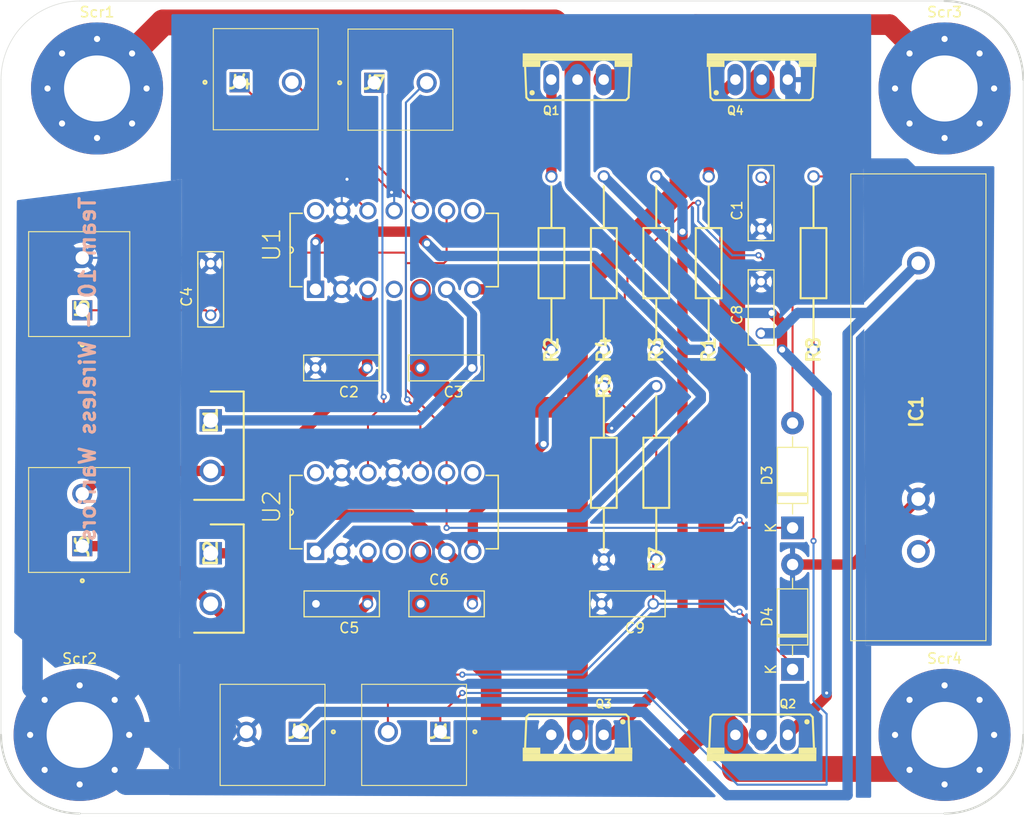
<source format=kicad_pcb>
(kicad_pcb (version 20240108) (generator "pcbnew") (generator_version "8.0")
  (layers (0 "F.Cu" signal) (31 "B.Cu" signal) (34 "B.Paste" user) (35 "F.Paste" user) (36 "B.SilkS" user "B.Silkscreen") (37 "F.SilkS" user "F.Silkscreen") (38 "B.Mask" user) (39 "F.Mask" user) (44 "Edge.Cuts" user))
  (net 0 "")
  (net 1 "GND")
  (net 5 "Net-(Scr3-CON)")
  (net 6 "Net-(Scr4-CON)")
  (net 10 "Net-(U1-HIN)")
  (net 11 "Net-(U2-HIN)")
  (net 12 "Net-(Scr1-CON)")
  (net 13 "Net-(D1-A)")
  (net 14 "Net-(D1-K)")
  (net 15 "Net-(D2-A)")
  (net 16 "Net-(D2-K)")
  (net 17 "Net-(C1-Pad2)")
  (net 18 "Net-(U1-LIN)")
  (net 19 "Net-(U2-LIN)")
  (net 20 "Net-(Q1-Pad1)")
  (net 21 "Net-(Q2-Pad1)")
  (net 22 "Net-(Q3-Pad1)")
  (net 23 "Net-(Q4-Pad1)")
  (net 24 "Net-(U1-LO)")
  (net 25 "Net-(U1-HO)")
  (net 26 "Net-(U2-LO)")
  (net 27 "Net-(U2-HO)")
  (net 28 "Net-(D3-K)")
  (net 29 "Net-(IC1-POS)")
  (net 30 "Net-(D3-A)")
  (net 31 "Net-(IC1-M)")
  (footprint "MountingHole:MountingHole_6.4mm_M6_Pad_Via" (layer "F.Cu") (at 246.38 46.574113)
    (property "Reference" "Scr3" (at 0 -7.4 0) (layer "F.SilkS"))
    (property "Value" "~")
    (pad "1" thru_hole circle (at -4.8 0) (size 0.9 0.9) (drill 0.6) (layers "*.Cu" "*.Mask") (net 5 "Net-(Scr3-CON)"))
    (pad "1" thru_hole circle (at -3.394113 -3.394113) (size 0.9 0.9) (drill 0.6) (layers "*.Cu" "*.Mask") (net 5 "Net-(Scr3-CON)"))
    (pad "1" thru_hole circle (at -3.394113 3.394113) (size 0.9 0.9) (drill 0.6) (layers "*.Cu" "*.Mask") (net 5 "Net-(Scr3-CON)"))
    (pad "1" thru_hole circle (at 0 -4.8) (size 0.9 0.9) (drill 0.6) (layers "*.Cu" "*.Mask") (net 5 "Net-(Scr3-CON)"))
    (pad "1" thru_hole circle (at 0 0) (size 12.8 12.8) (drill 6.4) (layers "*.Cu" "*.Mask") (net 5 "Net-(Scr3-CON)"))
    (pad "1" thru_hole circle (at 0 4.8) (size 0.9 0.9) (drill 0.6) (layers "*.Cu" "*.Mask") (net 5 "Net-(Scr3-CON)"))
    (pad "1" thru_hole circle (at 3.394113 -3.394113) (size 0.9 0.9) (drill 0.6) (layers "*.Cu" "*.Mask") (net 5 "Net-(Scr3-CON)"))
    (pad "1" thru_hole circle (at 3.394113 3.394113) (size 0.9 0.9) (drill 0.6) (layers "*.Cu" "*.Mask") (net 5 "Net-(Scr3-CON)"))
    (pad "1" thru_hole circle (at 4.8 0) (size 0.9 0.9) (drill 0.6) (layers "*.Cu" "*.Mask") (net 5 "Net-(Scr3-CON)"))
  )
  (footprint "MBR10100+:TO490P480X1000X2110-2P" (layer "F.Cu") (at 175.26 91.62 -90)
    (property "Reference" "D2" (at 0 0 -90) (layer "F.SilkS") (effects (font (size 1.27 1.27) (thickness 0.254))))
    (property "Value" "MBR10100+" (hide yes))
    (pad "1" thru_hole rect (at 0 0 270) (size 2.175 2.175) (drill 1.45) (layers "*.Cu" "*.Mask") (net 16 "Net-(D2-K)"))
    (pad "2" thru_hole circle (at 4.9 0 270) (size 2.175 2.175) (drill 1.45) (layers "*.Cu" "*.Mask") (net 15 "Net-(D2-A)"))
  )
  (footprint "IR2110PBF:DIP254P762X533-14" (layer "F.Cu") (at 200.66 83.82 90)
    (property "Reference" "U2" (at -3.307055 -19.486195 90) (layer "F.SilkS") (effects (font (size 1.642512 1.642512))))
    (property "Value" "IR2110PBF")
    (pad "1" thru_hole rect (at -7.62 -15.24 90) (size 1.6764 1.6764) (drill 1.1176) (layers "*.Cu" "*.Mask") (net 26 "Net-(U2-LO)"))
    (pad "2" thru_hole circle (at -7.62 -12.7 90) (size 1.6764 1.6764) (drill 1.1176) (layers "*.Cu" "*.Mask") (net 1 "GND"))
    (pad "3" thru_hole circle (at -7.62 -10.16 90) (size 1.6764 1.6764) (drill 1.1176) (layers "*.Cu" "*.Mask") (net 15 "Net-(D2-A)"))
    (pad "4" thru_hole circle (at -7.62 -7.62 90) (size 1.6764 1.6764) (drill 1.1176) (layers "*.Cu" "*.Mask"))
    (pad "5" thru_hole circle (at -7.62 -5.08 90) (size 1.6764 1.6764) (drill 1.1176) (layers "*.Cu" "*.Mask") (net 6 "Net-(Scr4-CON)"))
    (pad "6" thru_hole circle (at -7.62 -2.54 90) (size 1.6764 1.6764) (drill 1.1176) (layers "*.Cu" "*.Mask") (net 16 "Net-(D2-K)"))
    (pad "7" thru_hole circle (at -7.62 0 90) (size 1.6764 1.6764) (drill 1.1176) (layers "*.Cu" "*.Mask") (net 27 "Net-(U2-HO)"))
    (pad "8" thru_hole circle (at 0 0 90) (size 1.6764 1.6764) (drill 1.1176) (layers "*.Cu" "*.Mask"))
    (pad "9" thru_hole circle (at 0 -2.54 90) (size 1.6764 1.6764) (drill 1.1176) (layers "*.Cu" "*.Mask") (net 28 "Net-(D3-K)"))
    (pad "10" thru_hole circle (at 0 -5.08 90) (size 1.6764 1.6764) (drill 1.1176) (layers "*.Cu" "*.Mask") (net 11 "Net-(U2-HIN)"))
    (pad "11" thru_hole circle (at 0 -7.62 90) (size 1.6764 1.6764) (drill 1.1176) (layers "*.Cu" "*.Mask") (net 1 "GND"))
    (pad "12" thru_hole circle (at 0 -10.16 90) (size 1.6764 1.6764) (drill 1.1176) (layers "*.Cu" "*.Mask") (net 19 "Net-(U2-LIN)"))
    (pad "13" thru_hole circle (at 0 -12.7 90) (size 1.6764 1.6764) (drill 1.1176) (layers "*.Cu" "*.Mask") (net 1 "GND"))
    (pad "14" thru_hole circle (at 0 -15.24 90) (size 1.6764 1.6764) (drill 1.1176) (layers "*.Cu" "*.Mask"))
  )
  (footprint "KiCad:1715721" (layer "F.Cu") (at 191.109 46.02)
    (property "Reference" "J7" (at 0 0 0) (layer "F.SilkS") (effects (font (size 1.27 1.27) (thickness 0.254))))
    (property "Value" "1715721" (hide yes))
    (pad "1" thru_hole rect (at 0 0) (size 1.95 1.95) (drill 1.3) (layers "*.Cu" "*.Mask") (net 19 "Net-(U2-LIN)"))
    (pad "2" thru_hole circle (at 5.08 0) (size 1.95 1.95) (drill 1.3) (layers "*.Cu" "*.Mask") (net 11 "Net-(U2-HIN)"))
  )
  (footprint "KiCad:1715721" (layer "F.Cu") (at 178.054 45.974)
    (property "Reference" "J4" (at 0 0 0) (layer "F.SilkS") (effects (font (size 1.27 1.27) (thickness 0.254))))
    (property "Value" "1715721" (hide yes))
    (pad "1" thru_hole rect (at 0 0) (size 1.95 1.95) (drill 1.3) (layers "*.Cu" "*.Mask") (net 18 "Net-(U1-LIN)"))
    (pad "2" thru_hole circle (at 5.08 0) (size 1.95 1.95) (drill 1.3) (layers "*.Cu" "*.Mask") (net 10 "Net-(U1-HIN)"))
  )
  (footprint "IRF640NPBF:TO220V" (layer "F.Cu") (at 228.648 43.18)
    (property "Reference" "Q4" (at -2.541955 5.541475 0) (layer "F.SilkS") (effects (font (size 0.800622 0.800622))))
    (property "Value" "IRF640NPBF")
    (pad "1" thru_hole oval (at -2.54 2.54) (size 1.524 3.048) (drill 1.016) (layers "*.Cu" "*.Mask") (net 23 "Net-(Q4-Pad1)"))
    (pad "2" thru_hole oval (at 0 2.54) (size 1.524 3.048) (drill 1.016) (layers "*.Cu" "*.Mask") (net 6 "Net-(Scr4-CON)"))
    (pad "3" thru_hole oval (at 2.54 2.54) (size 1.524 3.048) (drill 1.016) (layers "*.Cu" "*.Mask") (net 1 "GND"))
  )
  (footprint "MF25:RESAD1680W59L680D250" (layer "F.Cu") (at 223.52 71.9 90)
    (property "Reference" "R1" (at 0 0 90) (layer "F.SilkS") (effects (font (size 1.27 1.27) (thickness 0.254))))
    (property "Value" "MF25_10R" (hide yes))
    (pad "1" thru_hole circle (at 0 0 90) (size 1.2 1.2) (drill 0.8) (layers "*.Cu" "*.Mask") (net 24 "Net-(U1-LO)"))
    (pad "2" thru_hole circle (at 16.8 0 90) (size 1.2 1.2) (drill 0.8) (layers "*.Cu" "*.Mask") (net 23 "Net-(Q4-Pad1)"))
  )
  (footprint "MountingHole:MountingHole_6.4mm_M6_Pad_Via" (layer "F.Cu") (at 246.38 109.22)
    (property "Reference" "Scr4" (at 0 -7.4 0) (layer "F.SilkS"))
    (property "Value" "~")
    (pad "1" thru_hole circle (at -4.8 0) (size 0.9 0.9) (drill 0.6) (layers "*.Cu" "*.Mask") (net 6 "Net-(Scr4-CON)"))
    (pad "1" thru_hole circle (at -3.394113 -3.394113) (size 0.9 0.9) (drill 0.6) (layers "*.Cu" "*.Mask") (net 6 "Net-(Scr4-CON)"))
    (pad "1" thru_hole circle (at -3.394113 3.394113) (size 0.9 0.9) (drill 0.6) (layers "*.Cu" "*.Mask") (net 6 "Net-(Scr4-CON)"))
    (pad "1" thru_hole circle (at 0 -4.8) (size 0.9 0.9) (drill 0.6) (layers "*.Cu" "*.Mask") (net 6 "Net-(Scr4-CON)"))
    (pad "1" thru_hole circle (at 0 0) (size 12.8 12.8) (drill 6.4) (layers "*.Cu" "*.Mask") (net 6 "Net-(Scr4-CON)"))
    (pad "1" thru_hole circle (at 0 4.8) (size 0.9 0.9) (drill 0.6) (layers "*.Cu" "*.Mask") (net 6 "Net-(Scr4-CON)"))
    (pad "1" thru_hole circle (at 3.394113 -3.394113) (size 0.9 0.9) (drill 0.6) (layers "*.Cu" "*.Mask") (net 6 "Net-(Scr4-CON)"))
    (pad "1" thru_hole circle (at 3.394113 3.394113) (size 0.9 0.9) (drill 0.6) (layers "*.Cu" "*.Mask") (net 6 "Net-(Scr4-CON)"))
    (pad "1" thru_hole circle (at 4.8 0) (size 0.9 0.9) (drill 0.6) (layers "*.Cu" "*.Mask") (net 6 "Net-(Scr4-CON)"))
  )
  (footprint "Diode_THT:D_DO-41_SOD81_P10.16mm_Horizontal" (layer "F.Cu") (at 231.648 89.154 90)
    (property "Reference" "D3" (at 5.08 -2.47 -90) (layer "F.SilkS"))
    (property "Value" "1N4004")
    (fp_text user "K" (at 0 -2.1 -90) (layer "F.SilkS"))
    (pad "1" thru_hole rect (at 0 0 90) (size 2.2 2.2) (drill 1.1) (layers "*.Cu" "*.Mask") (net 28 "Net-(D3-K)"))
    (pad "2" thru_hole oval (at 10.16 0 90) (size 2.2 2.2) (drill 1.1) (layers "*.Cu" "*.Mask") (net 30 "Net-(D3-A)"))
  )
  (footprint "B32529C1104K000:CAPRR500W50L730T250H650" (layer "F.Cu") (at 187.96 96.52 180)
    (property "Reference" "C5" (at -0.725 -2.335 180) (layer "F.SilkS"))
    (property "Value" "100nF")
    (pad "1" thru_hole circle (at -2.5 0 180) (size 1.1 1.1) (drill 0.75) (layers "*.Cu" "*.Mask") (net 15 "Net-(D2-A)"))
    (pad "2" thru_hole circle (at 2.5 0 180) (size 1.1 1.1) (drill 0.75) (layers "*.Cu" "*.Mask") (net 1 "GND"))
  )
  (footprint "KiCad:1715721" (layer "F.Cu") (at 162.814 90.932 90)
    (property "Reference" "J6" (at 0 0 90) (layer "F.SilkS") (effects (font (size 1.27 1.27) (thickness 0.254))))
    (property "Value" "1715721" (hide yes))
    (pad "1" thru_hole rect (at 0 0 90) (size 1.95 1.95) (drill 1.3) (layers "*.Cu" "*.Mask") (net 15 "Net-(D2-A)"))
    (pad "2" thru_hole circle (at 5.08 0 90) (size 1.95 1.95) (drill 1.3) (layers "*.Cu" "*.Mask") (net 13 "Net-(D1-A)"))
  )
  (footprint "B32529C1104K000:CAPRR500W50L730T250H650" (layer "F.Cu") (at 187.92 73.66 180)
    (property "Reference" "C2" (at -0.725 -2.335 180) (layer "F.SilkS"))
    (property "Value" "100nF")
    (pad "1" thru_hole circle (at -2.5 0 180) (size 1.1 1.1) (drill 0.75) (layers "*.Cu" "*.Mask") (net 13 "Net-(D1-A)"))
    (pad "2" thru_hole circle (at 2.5 0 180) (size 1.1 1.1) (drill 0.75) (layers "*.Cu" "*.Mask") (net 1 "GND"))
  )
  (footprint "IRF640NPBF:TO220V" (layer "F.Cu") (at 228.648 111.76 180)
    (property "Reference" "Q2" (at -2.541955 5.541475 180) (layer "F.SilkS") (effects (font (size 0.800622 0.800622))))
    (property "Value" "IRF640NPBF")
    (pad "1" thru_hole oval (at -2.54 2.54 180) (size 1.524 3.048) (drill 1.016) (layers "*.Cu" "*.Mask") (net 21 "Net-(Q2-Pad1)"))
    (pad "2" thru_hole oval (at 0 2.54 180) (size 1.524 3.048) (drill 1.016) (layers "*.Cu" "*.Mask") (net 12 "Net-(Scr1-CON)"))
    (pad "3" thru_hole oval (at 2.54 2.54 180) (size 1.524 3.048) (drill 1.016) (layers "*.Cu" "*.Mask") (net 6 "Net-(Scr4-CON)"))
  )
  (footprint "MF25:RESAD1680W59L680D250" (layer "F.Cu") (at 218.44 92.22 90)
    (property "Reference" "R7" (at 0 0 90) (layer "F.SilkS") (effects (font (size 1.27 1.27) (thickness 0.254))))
    (property "Value" "MF25_20K" (hide yes))
    (pad "1" thru_hole circle (at 0 0 90) (size 1.2 1.2) (drill 0.8) (layers "*.Cu" "*.Mask") (net 30 "Net-(D3-A)"))
    (pad "2" thru_hole circle (at 16.8 0 90) (size 1.2 1.2) (drill 0.8) (layers "*.Cu" "*.Mask") (net 5 "Net-(Scr3-CON)"))
  )
  (footprint "MF25:RESAD1680W59L680D250" (layer "F.Cu") (at 208.28 71.9 90)
    (property "Reference" "R2" (at 0 0 90) (layer "F.SilkS") (effects (font (size 1.27 1.27) (thickness 0.254))))
    (property "Value" "MF25_10R" (hide yes))
    (pad "1" thru_hole circle (at 0 0 90) (size 1.2 1.2) (drill 0.8) (layers "*.Cu" "*.Mask") (net 25 "Net-(U1-HO)"))
    (pad "2" thru_hole circle (at 16.8 0 90) (size 1.2 1.2) (drill 0.8) (layers "*.Cu" "*.Mask") (net 20 "Net-(Q1-Pad1)"))
  )
  (footprint "B32529C1104K000:CAPRR500W50L730T250H650" (layer "F.Cu") (at 198.08 73.66 180)
    (property "Reference" "C3" (at -0.725 -2.335 180) (layer "F.SilkS"))
    (property "Value" "100nF")
    (pad "1" thru_hole circle (at -2.5 0 180) (size 1.1 1.1) (drill 0.75) (layers "*.Cu" "*.Mask") (net 14 "Net-(D1-K)"))
    (pad "2" thru_hole circle (at 2.5 0 180) (size 1.1 1.1) (drill 0.75) (layers "*.Cu" "*.Mask") (net 5 "Net-(Scr3-CON)"))
  )
  (footprint "IR2110PBF:DIP254P762X533-14" (layer "F.Cu") (at 200.66 58.42 90)
    (property "Reference" "U1" (at -3.307055 -19.486195 90) (layer "F.SilkS") (effects (font (size 1.642512 1.642512))))
    (property "Value" "IR2110PBF")
    (pad "1" thru_hole rect (at -7.62 -15.24 90) (size 1.6764 1.6764) (drill 1.1176) (layers "*.Cu" "*.Mask") (net 24 "Net-(U1-LO)"))
    (pad "2" thru_hole circle (at -7.62 -12.7 90) (size 1.6764 1.6764) (drill 1.1176) (layers "*.Cu" "*.Mask") (net 1 "GND"))
    (pad "3" thru_hole circle (at -7.62 -10.16 90) (size 1.6764 1.6764) (drill 1.1176) (layers "*.Cu" "*.Mask") (net 13 "Net-(D1-A)"))
    (pad "4" thru_hole circle (at -7.62 -7.62 90) (size 1.6764 1.6764) (drill 1.1176) (layers "*.Cu" "*.Mask"))
    (pad "5" thru_hole circle (at -7.62 -5.08 90) (size 1.6764 1.6764) (drill 1.1176) (layers "*.Cu" "*.Mask") (net 5 "Net-(Scr3-CON)"))
    (pad "6" thru_hole circle (at -7.62 -2.54 90) (size 1.6764 1.6764) (drill 1.1176) (layers "*.Cu" "*.Mask") (net 14 "Net-(D1-K)"))
    (pad "7" thru_hole circle (at -7.62 0 90) (size 1.6764 1.6764) (drill 1.1176) (layers "*.Cu" "*.Mask") (net 25 "Net-(U1-HO)"))
    (pad "8" thru_hole circle (at 0 0 90) (size 1.6764 1.6764) (drill 1.1176) (layers "*.Cu" "*.Mask"))
    (pad "9" thru_hole circle (at 0 -2.54 90) (size 1.6764 1.6764) (drill 1.1176) (layers "*.Cu" "*.Mask") (net 28 "Net-(D3-K)"))
    (pad "10" thru_hole circle (at 0 -5.08 90) (size 1.6764 1.6764) (drill 1.1176) (layers "*.Cu" "*.Mask") (net 10 "Net-(U1-HIN)"))
    (pad "11" thru_hole circle (at 0 -7.62 90) (size 1.6764 1.6764) (drill 1.1176) (layers "*.Cu" "*.Mask") (net 1 "GND"))
    (pad "12" thru_hole circle (at 0 -10.16 90) (size 1.6764 1.6764) (drill 1.1176) (layers "*.Cu" "*.Mask") (net 18 "Net-(U1-LIN)"))
    (pad "13" thru_hole circle (at 0 -12.7 90) (size 1.6764 1.6764) (drill 1.1176) (layers "*.Cu" "*.Mask") (net 1 "GND"))
    (pad "14" thru_hole circle (at 0 -15.24 90) (size 1.6764 1.6764) (drill 1.1176) (layers "*.Cu" "*.Mask"))
  )
  (footprint "MF25:RESAD1680W59L680D250" (layer "F.Cu") (at 218.44 71.9 90)
    (property "Reference" "R3" (at 0 0 90) (layer "F.SilkS") (effects (font (size 1.27 1.27) (thickness 0.254))))
    (property "Value" "MF25_10R" (hide yes))
    (pad "1" thru_hole circle (at 0 0 90) (size 1.2 1.2) (drill 0.8) (layers "*.Cu" "*.Mask") (net 26 "Net-(U2-LO)"))
    (pad "2" thru_hole circle (at 16.8 0 90) (size 1.2 1.2) (drill 0.8) (layers "*.Cu" "*.Mask") (net 22 "Net-(Q3-Pad1)"))
  )
  (footprint "B32529C1104K000:CAPRR500W50L730T250H650" (layer "F.Cu") (at 198.12 96.52)
    (property "Reference" "C6" (at -0.725 -2.335 0) (layer "F.SilkS"))
    (property "Value" "100nF")
    (pad "1" thru_hole circle (at -2.5 0) (size 1.1 1.1) (drill 0.75) (layers "*.Cu" "*.Mask") (net 6 "Net-(Scr4-CON)"))
    (pad "2" thru_hole circle (at 2.5 0) (size 1.1 1.1) (drill 0.75) (layers "*.Cu" "*.Mask") (net 16 "Net-(D2-K)"))
  )
  (footprint "MF25:RESAD1680W59L680D250" (layer "F.Cu") (at 213.36 71.9 90)
    (property "Reference" "R4" (at 0 0 90) (layer "F.SilkS") (effects (font (size 1.27 1.27) (thickness 0.254))))
    (property "Value" "MF25_10R" (hide yes))
    (pad "1" thru_hole circle (at 0 0 90) (size 1.2 1.2) (drill 0.8) (layers "*.Cu" "*.Mask") (net 27 "Net-(U2-HO)"))
    (pad "2" thru_hole circle (at 16.8 0 90) (size 1.2 1.2) (drill 0.8) (layers "*.Cu" "*.Mask") (net 21 "Net-(Q2-Pad1)"))
  )
  (footprint "B32529C1104K000:CAPRR500W50L730T250H650" (layer "F.Cu") (at 228.6 67.8 90)
    (property "Reference" "C8" (at -0.725 -2.335 90) (layer "F.SilkS"))
    (property "Value" "100nF")
    (pad "1" thru_hole circle (at -2.5 0 90) (size 1.1 1.1) (drill 0.75) (layers "*.Cu" "*.Mask") (net 29 "Net-(IC1-POS)"))
    (pad "2" thru_hole circle (at 2.5 0 90) (size 1.1 1.1) (drill 0.75) (layers "*.Cu" "*.Mask") (net 1 "GND"))
  )
  (footprint "B32529C1104K000:CAPRR500W50L730T250H650" (layer "F.Cu") (at 175.26 66.04 90)
    (property "Reference" "C4" (at -0.725 -2.335 90) (layer "F.SilkS"))
    (property "Value" "100nF")
    (pad "1" thru_hole circle (at -2.5 0 90) (size 1.1 1.1) (drill 0.75) (layers "*.Cu" "*.Mask") (net 28 "Net-(D3-K)"))
    (pad "2" thru_hole circle (at 2.5 0 90) (size 1.1 1.1) (drill 0.75) (layers "*.Cu" "*.Mask") (net 1 "GND"))
  )
  (footprint "LA_55-P:LA55-P" (layer "F.Cu") (at 243.84 63.5 90)
    (property "Reference" "IC1" (at -14.4 -0.2 90) (layer "F.SilkS") (effects (font (size 1.27 1.27) (thickness 0.254))))
    (property "Value" "LA_55-P" (hide yes))
    (pad "1" thru_hole circle (at -27.94 0 90) (size 2.2 2.2) (drill 1.35) (layers "*.Cu" "*.Mask") (net 31 "Net-(IC1-M)"))
    (pad "2" thru_hole circle (at -22.86 0 90) (size 2.2 2.2) (drill 1.35) (layers "*.Cu" "*.Mask") (net 1 "GND"))
    (pad "3" thru_hole circle (at 0 0 90) (size 2.2 2.2) (drill 1.35) (layers "*.Cu" "*.Mask") (net 29 "Net-(IC1-POS)"))
  )
  (footprint "MountingHole:MountingHole_6.4mm_M6_Pad_Via" (layer "F.Cu") (at 162.56 109.22)
    (property "Reference" "Scr2" (at 0 -7.4 0) (layer "F.SilkS"))
    (property "Value" "~")
    (pad "1" thru_hole circle (at -4.8 0) (size 0.9 0.9) (drill 0.6) (layers "*.Cu" "*.Mask") (net 1 "GND"))
    (pad "1" thru_hole circle (at -3.394113 -3.394113) (size 0.9 0.9) (drill 0.6) (layers "*.Cu" "*.Mask") (net 1 "GND"))
    (pad "1" thru_hole circle (at -3.394113 3.394113) (size 0.9 0.9) (drill 0.6) (layers "*.Cu" "*.Mask") (net 1 "GND"))
    (pad "1" thru_hole circle (at 0 -4.8) (size 0.9 0.9) (drill 0.6) (layers "*.Cu" "*.Mask") (net 1 "GND"))
    (pad "1" thru_hole circle (at 0 0) (size 12.8 12.8) (drill 6.4) (layers "*.Cu" "*.Mask") (net 1 "GND"))
    (pad "1" thru_hole circle (at 0 4.8) (size 0.9 0.9) (drill 0.6) (layers "*.Cu" "*.Mask") (net 1 "GND"))
    (pad "1" thru_hole circle (at 3.394113 -3.394113) (size 0.9 0.9) (drill 0.6) (layers "*.Cu" "*.Mask") (net 1 "GND"))
    (pad "1" thru_hole circle (at 3.394113 3.394113) (size 0.9 0.9) (drill 0.6) (layers "*.Cu" "*.Mask") (net 1 "GND"))
    (pad "1" thru_hole circle (at 4.8 0) (size 0.9 0.9) (drill 0.6) (layers "*.Cu" "*.Mask") (net 1 "GND"))
  )
  (footprint "MF25:RESAD1680W59L680D250" (layer "F.Cu") (at 213.36 75.42 -90)
    (property "Reference" "R5" (at 0 0 -90) (layer "F.SilkS") (effects (font (size 1.27 1.27) (thickness 0.254))))
    (property "Value" "MF25_1K" (hide yes))
    (pad "1" thru_hole circle (at 0 0 270) (size 1.2 1.2) (drill 0.8) (layers "*.Cu" "*.Mask") (net 30 "Net-(D3-A)"))
    (pad "2" thru_hole circle (at 16.8 0 270) (size 1.2 1.2) (drill 0.8) (layers "*.Cu" "*.Mask") (net 1 "GND"))
  )
  (footprint "MBR10100+:TO490P480X1000X2110-2P" (layer "F.Cu") (at 175.26 78.74 -90)
    (property "Reference" "D1" (at 0 0 -90) (layer "F.SilkS") (effects (font (size 1.27 1.27) (thickness 0.254))))
    (property "Value" "MBR10100+" (hide yes))
    (pad "1" thru_hole rect (at 0 0 270) (size 2.175 2.175) (drill 1.45) (layers "*.Cu" "*.Mask") (net 14 "Net-(D1-K)"))
    (pad "2" thru_hole circle (at 4.9 0 270) (size 2.175 2.175) (drill 1.45) (layers "*.Cu" "*.Mask") (net 13 "Net-(D1-A)"))
  )
  (footprint "KiCad:1715721" (layer "F.Cu") (at 197.511 108.92 180)
    (property "Reference" "J1" (at 0 0 180) (layer "F.SilkS") (effects (font (size 1.27 1.27) (thickness 0.254))))
    (property "Value" "1715721" (hide yes))
    (pad "1" thru_hole rect (at 0 0 180) (size 1.95 1.95) (drill 1.3) (layers "*.Cu" "*.Mask") (net 17 "Net-(C1-Pad2)"))
    (pad "2" thru_hole circle (at 5.08 0 180) (size 1.95 1.95) (drill 1.3) (layers "*.Cu" "*.Mask") (net 30 "Net-(D3-A)"))
  )
  (footprint "Diode_THT:D_DO-41_SOD81_P10.16mm_Horizontal" (layer "F.Cu") (at 231.648 102.87 90)
    (property "Reference" "D4" (at 5.08 -2.47 -90) (layer "F.SilkS"))
    (property "Value" "1N4004")
    (fp_text user "K" (at 0 -2.1 -90) (layer "F.SilkS"))
    (pad "1" thru_hole rect (at 0 0 90) (size 2.2 2.2) (drill 1.1) (layers "*.Cu" "*.Mask") (net 30 "Net-(D3-A)"))
    (pad "2" thru_hole oval (at 10.16 0 90) (size 2.2 2.2) (drill 1.1) (layers "*.Cu" "*.Mask") (net 1 "GND"))
  )
  (footprint "MF25:RESAD1680W59L680D250" (layer "F.Cu") (at 233.68 71.9 90)
    (property "Reference" "R8" (at 0 0 90) (layer "F.SilkS") (effects (font (size 1.27 1.27) (thickness 0.254))))
    (property "Value" "MF25_100R" (hide yes))
    (pad "1" thru_hole circle (at 0 0 90) (size 1.2 1.2) (drill 0.8) (layers "*.Cu" "*.Mask") (net 17 "Net-(C1-Pad2)"))
    (pad "2" thru_hole circle (at 16.8 0 90) (size 1.2 1.2) (drill 0.8) (layers "*.Cu" "*.Mask") (net 31 "Net-(IC1-M)"))
  )
  (footprint "IRF640NPBF:TO220V" (layer "F.Cu") (at 210.804 43.18)
    (property "Reference" "Q1" (at -2.541955 5.541475 0) (layer "F.SilkS") (effects (font (size 0.800622 0.800622))))
    (property "Value" "IRF640NPBF")
    (pad "1" thru_hole oval (at -2.54 2.54) (size 1.524 3.048) (drill 1.016) (layers "*.Cu" "*.Mask") (net 20 "Net-(Q1-Pad1)"))
    (pad "2" thru_hole oval (at 0 2.54) (size 1.524 3.048) (drill 1.016) (layers "*.Cu" "*.Mask") (net 12 "Net-(Scr1-CON)"))
    (pad "3" thru_hole oval (at 2.54 2.54) (size 1.524 3.048) (drill 1.016) (layers "*.Cu" "*.Mask") (net 5 "Net-(Scr3-CON)"))
  )
  (footprint "KiCad:1715721" (layer "F.Cu") (at 183.795 108.92 180)
    (property "Reference" "J2" (at 0 0 180) (layer "F.SilkS") (effects (font (size 1.27 1.27) (thickness 0.254))))
    (property "Value" "1715721" (hide yes))
    (pad "1" thru_hole rect (at 0 0 180) (size 1.95 1.95) (drill 1.3) (layers "*.Cu" "*.Mask") (net 29 "Net-(IC1-POS)"))
    (pad "2" thru_hole circle (at 5.08 0 180) (size 1.95 1.95) (drill 1.3) (layers "*.Cu" "*.Mask") (net 1 "GND"))
  )
  (footprint "KiCad:1715721" (layer "F.Cu") (at 162.814 68.072 90)
    (property "Reference" "J5" (at 0 0 90) (layer "F.SilkS") (effects (font (size 1.27 1.27) (thickness 0.254))))
    (property "Value" "1715721" (hide yes))
    (pad "1" thru_hole rect (at 0 0 90) (size 1.95 1.95) (drill 1.3) (layers "*.Cu" "*.Mask") (net 28 "Net-(D3-K)"))
    (pad "2" thru_hole circle (at 5.08 0 90) (size 1.95 1.95) (drill 1.3) (layers "*.Cu" "*.Mask") (net 1 "GND"))
  )
  (footprint "B32529C1104K000:CAPRR500W50L730T250H650" (layer "F.Cu") (at 228.6 57.68 90)
    (property "Reference" "C1" (at -0.725 -2.335 90) (layer "F.SilkS"))
    (property "Value" "100nF")
    (pad "1" thru_hole circle (at -2.5 0 90) (size 1.1 1.1) (drill 0.75) (layers "*.Cu" "*.Mask") (net 1 "GND"))
    (pad "2" thru_hole circle (at 2.5 0 90) (size 1.1 1.1) (drill 0.75) (layers "*.Cu" "*.Mask") (net 17 "Net-(C1-Pad2)"))
  )
  (footprint "B32529C1104K000:CAPRR500W50L730T250H650" (layer "F.Cu") (at 215.646 96.52 180)
    (property "Reference" "C9" (at -0.725 -2.335 180) (layer "F.SilkS"))
    (property "Value" "100nF")
    (pad "1" thru_hole circle (at -2.5 0 180) (size 1.1 1.1) (drill 0.75) (layers "*.Cu" "*.Mask") (net 30 "Net-(D3-A)"))
    (pad "2" thru_hole circle (at 2.5 0 180) (size 1.1 1.1) (drill 0.75) (layers "*.Cu" "*.Mask") (net 1 "GND"))
  )
  (footprint "MountingHole:MountingHole_6.4mm_M6_Pad_Via" (layer "F.Cu") (at 164.245887 46.574113)
    (property "Reference" "Scr1" (at 0 -7.4 0) (layer "F.SilkS"))
    (property "Value" "~")
    (pad "1" thru_hole circle (at -4.8 0) (size 0.9 0.9) (drill 0.6) (layers "*.Cu" "*.Mask") (net 12 "Net-(Scr1-CON)"))
    (pad "1" thru_hole circle (at -3.394113 -3.394113) (size 0.9 0.9) (drill 0.6) (layers "*.Cu" "*.Mask") (net 12 "Net-(Scr1-CON)"))
    (pad "1" thru_hole circle (at -3.394113 3.394113) (size 0.9 0.9) (drill 0.6) (layers "*.Cu" "*.Mask") (net 12 "Net-(Scr1-CON)"))
    (pad "1" thru_hole circle (at 0 -4.8) (size 0.9 0.9) (drill 0.6) (layers "*.Cu" "*.Mask") (net 12 "Net-(Scr1-CON)"))
    (pad "1" thru_hole circle (at 0 0) (size 12.8 12.8) (drill 6.4) (layers "*.Cu" "*.Mask") (net 12 "Net-(Scr1-CON)"))
    (pad "1" thru_hole circle (at 0 4.8) (size 0.9 0.9) (drill 0.6) (layers "*.Cu" "*.Mask") (net 12 "Net-(Scr1-CON)"))
    (pad "1" thru_hole circle (at 3.394113 -3.394113) (size 0.9 0.9) (drill 0.6) (layers "*.Cu" "*.Mask") (net 12 "Net-(Scr1-CON)"))
    (pad "1" thru_hole circle (at 3.394113 3.394113) (size 0.9 0.9) (drill 0.6) (layers "*.Cu" "*.Mask") (net 12 "Net-(Scr1-CON)"))
    (pad "1" thru_hole circle (at 4.8 0) (size 0.9 0.9) (drill 0.6) (layers "*.Cu" "*.Mask") (net 12 "Net-(Scr1-CON)"))
  )
  (footprint "IRF640NPBF:TO220V" (layer "F.Cu") (at 210.804 111.76 180)
    (property "Reference" "Q3" (at -2.541955 5.541475 180) (layer "F.SilkS") (effects (font (size 0.800622 0.800622))))
    (property "Value" "IRF640NPBF")
    (pad "1" thru_hole oval (at -2.54 2.54 180) (size 1.524 3.048) (drill 1.016) (layers "*.Cu" "*.Mask") (net 22 "Net-(Q3-Pad1)"))
    (pad "2" thru_hole oval (at 0 2.54 180) (size 1.524 3.048) (drill 1.016) (layers "*.Cu" "*.Mask") (net 5 "Net-(Scr3-CON)"))
    (pad "3" thru_hole oval (at 2.54 2.54 180) (size 1.524 3.048) (drill 1.016) (layers "*.Cu" "*.Mask") (net 1 "GND"))
  )
  (gr_line (start 217.932 75.438) (end 218.694 75.184) (stroke (width 0.2)) (layer "B.Cu") (net 5))
  (gr_arc (start 246.38 38.1) (mid 251.768154 40.331846) (end 254 45.72) (stroke (width 0.2)) (layer "Edge.Cuts"))
  (gr_line (start 154.94 45.72) (end 154.94 109.22) (stroke (width 0.05)) (layer "Edge.Cuts"))
  (gr_line (start 162.56 116.84) (end 246.38 116.84) (stroke (width 0.05)) (layer "Edge.Cuts"))
  (gr_arc (start 154.94 45.72) (mid 157.171846 40.331846) (end 162.56 38.1) (stroke (width 0.05)) (layer "Edge.Cuts"))
  (gr_arc (start 162.56 116.84) (mid 157.171846 114.608154) (end 154.94 109.22) (stroke (width 0.2)) (layer "Edge.Cuts"))
  (gr_line (start 254 109.22) (end 254 45.72) (stroke (width 0.05)) (layer "Edge.Cuts"))
  (gr_arc (start 254 109.22) (mid 251.768154 114.608154) (end 246.38 116.84) (stroke (width 0.2)) (layer "Edge.Cuts"))
  (gr_line (start 246.38 38.1) (end 162.56 38.1) (stroke (width 0.05)) (layer "Edge.Cuts"))
  (gr_text "Team 10 - Wireless Warriors" (at 163.322 56.896 90) (layer "B.SilkS") (effects (font (size 1.5 1.5) (thickness 0.3) (bold yes)) (justify left mirror)))
  (segment (start 237.49 92.71) (end 243.84 86.36) (width 1) (layer "F.Cu") (net 1))
  (segment (start 191.516 55.372) (end 188.468 55.372) (width 0.2) (layer "F.Cu") (net 1))
  (segment (start 231.648 92.71) (end 237.49 92.71) (width 1) (layer "F.Cu") (net 1))
  (segment (start 192.786 56.642) (end 191.516 55.372) (width 0.2) (layer "F.Cu") (net 1))
  (segment (start 193.04 58.42) (end 193.04 58.928) (width 0.2) (layer "F.Cu") (net 1))
  (via (at 192.786 56.642) (size 0.6) (drill 0.3) (layers "F.Cu" "B.Cu") (net 1))
  (via (at 188.468 55.372) (size 0.6) (drill 0.3) (layers "F.Cu" "B.Cu") (net 1))
  (segment (start 158.7545 62.9875) (end 157.988 63.754) (width 2) (layer "B.Cu") (net 1))
  (segment (start 243.84 86.36) (end 246.634 83.566) (width 1) (layer "B.Cu") (net 1))
  (segment (start 174.7075 62.9875) (end 175.26 63.54) (width 0.2) (layer "B.Cu") (net 1))
  (segment (start 157.988 63.754) (end 157.988 104.648) (width 2) (layer "B.Cu") (net 1))
  (segment (start 188.468 55.372) (end 187.96 55.88) (width 0.2) (layer "B.Cu") (net 1))
  (segment (start 238.252 53.848) (end 231.188 46.784) (width 1) (layer "B.Cu") (net 1))
  (segment (start 193.04 58.42) (end 193.04 56.896) (width 0.2) (layer "B.Cu") (net 1))
  (segment (start 208.264 109.22) (end 203.692 113.792) (width 2.5) (layer "B.Cu") (net 1))
  (segment (start 170.688 101.092) (end 180.888 101.092) (width 2.5) (layer "B.Cu") (net 1))
  (segment (start 167.132 113.792) (end 162.56 109.22) (width 2.5) (layer "B.Cu") (net 1))
  (segment (start 157.988 104.648) (end 162.56 109.22) (width 2) (layer "B.Cu") (net 1))
  (segment (start 187.96 55.88) (end 187.96 58.42) (width 0.2) (layer "B.Cu") (net 1))
  (segment (start 231.188 46.784) (end 231.188 45.72) (width 1) (layer "B.Cu") (net 1))
  (segment (start 162.56 109.22) (end 170.688 101.092) (width 2.5) (layer "B.Cu") (net 1))
  (segment (start 246.634 83.566) (end 246.634 57.912) (width 1) (layer "B.Cu") (net 1))
  (segment (start 246.634 57.912) (end 242.57 53.848) (width 1) (layer "B.Cu") (net 1))
  (segment (start 242.57 53.848) (end 238.252 53.848) (width 1) (layer "B.Cu") (net 1))
  (segment (start 203.692 113.792) (end 167.132 113.792) (width 2.5) (layer "B.Cu") (net 1))
  (segment (start 162.86 62.9875) (end 158.7545 62.9875) (width 2) (layer "B.Cu") (net 1))
  (segment (start 180.888 101.092) (end 185.46 96.52) (width 2.5) (layer "B.Cu") (net 1))
  (segment (start 162.56 109.22) (end 176.05 109.22) (width 2.5) (layer "B.Cu") (net 1))
  (segment (start 176.05 109.22) (end 176.53 108.74) (width 2.5) (layer "B.Cu") (net 1))
  (segment (start 193.04 56.896) (end 192.786 56.642) (width 0.2) (layer "B.Cu") (net 1))
  (segment (start 162.86 62.9875) (end 174.7075 62.9875) (width 0.2) (layer "B.Cu") (net 1))
  (segment (start 210.804 77.47) (end 210.804 66.31) (width 2) (layer "F.Cu") (net 5))
  (segment (start 222.25 40.386) (end 241.046 40.386) (width 2) (layer "F.Cu") (net 5))
  (segment (start 220.726 56.388) (end 220.726 41.91) (width 2) (layer "F.Cu") (net 5))
  (segment (start 220.726 41.91) (end 222.25 40.386) (width 2) (layer "F.Cu") (net 5))
  (segment (start 210.804 77.47) (end 199.39 77.47) (width 2) (layer "F.Cu") (net 5))
  (segment (start 216.916 45.72) (end 220.726 41.91) (width 2) (layer "F.Cu") (net 5))
  (segment (start 213.344 45.72) (end 216.916 45.72) (width 2) (layer "F.Cu") (net 5))
  (segment (start 195.58 73.66) (end 195.58 66.04) (width 2) (layer "F.Cu") (net 5))
  (segment (start 199.39 77.47) (end 195.58 73.66) (width 2) (layer "F.Cu") (net 5))
  (segment (start 210.804 79.502) (end 210.804 77.47) (width 2) (layer "F.Cu") (net 5))
  (segment (start 210.804 109.22) (end 210.804 79.502) (width 2) (layer "F.Cu") (net 5))
  (segment (start 241.046 40.386) (end 246.38 45.72) (width 2) (layer "F.Cu") (net 5))
  (segment (start 210.804 66.31) (end 220.726 56.388) (width 2) (layer "F.Cu") (net 5))
  (segment (start 214.122 79.502) (end 210.804 79.502) (width 1) (layer "F.Cu") (net 5))
  (via (at 214.122 79.502) (size 0.6) (drill 0.3) (layers "F.Cu" "B.Cu") (net 5))
  (segment (start 218.204 75.42) (end 214.122 79.502) (width 1) (layer "B.Cu") (net 5))
  (segment (start 218.44 75.42) (end 218.204 75.42) (width 1) (layer "B.Cu") (net 5))
  (segment (start 225.806 79.502) (end 225.806 52.578) (width 2.5) (layer "F.Cu") (net 6))
  (segment (start 202.438 103.338) (end 195.62 96.52) (width 2) (layer "F.Cu") (net 6))
  (segment (start 222.504 109.22) (end 217.678 114.046) (width 2) (layer "F.Cu") (net 6))
  (segment (start 228.648 49.736) (end 228.648 45.72) (width 2.5) (layer "F.Cu") (net 6))
  (segment (start 226.108 109.22) (end 222.504 109.22) (width 2) (layer "F.Cu") (net 6))
  (segment (start 195.62 96.52) (end 195.62 91.48) (width 2) (layer "F.Cu") (net 6))
  (segment (start 225.806 52.578) (end 228.648 49.736) (width 2.5) (layer "F.Cu") (net 6))
  (segment (start 223.774 81.534) (end 225.806 79.502) (width 2.5) (layer "F.Cu") (net 6))
  (segment (start 226.108 109.22) (end 226.06 109.268) (width 1) (layer "F.Cu") (net 6))
  (segment (start 226.108 109.22) (end 223.774 106.886) (width 2.5) (layer "F.Cu") (net 6))
  (segment (start 226.06 112.522) (end 243.078 112.522) (width 2.5) (layer "F.Cu") (net 6))
  (segment (start 243.078 112.522) (end 246.38 109.22) (width 1) (layer "F.Cu") (net 6))
  (segment (start 205.232 114.046) (end 202.438 111.252) (width 2) (layer "F.Cu") (net 6))
  (segment (start 223.774 106.886) (end 223.774 81.534) (width 2.5) (layer "F.Cu") (net 6))
  (segment (start 202.438 111.252) (end 202.438 103.338) (width 2) (layer "F.Cu") (net 6))
  (segment (start 217.678 114.046) (end 205.232 114.046) (width 2) (layer "F.Cu") (net 6))
  (segment (start 226.06 109.268) (end 226.06 112.522) (width 2.5) (layer "F.Cu") (net 6))
  (segment (start 195.62 91.48) (end 195.58 91.44) (width 1) (layer "F.Cu") (net 6))
  (segment (start 183.3925 46.02) (end 195.58 58.2075) (width 0.2) (layer "F.Cu") (net 10))
  (segment (start 195.58 58.2075) (end 195.58 58.42) (width 0.2) (layer "F.Cu") (net 10))
  (segment (start 194.31 76.708) (end 195.58 77.978) (width 0.2) (layer "F.Cu") (net 11))
  (segment (start 195.58 77.978) (end 195.58 83.82) (width 0.2) (layer "F.Cu") (net 11))
  (via (at 194.31 76.708) (size 0.6) (drill 0.3) (layers "F.Cu" "B.Cu") (net 11))
  (segment (start 194.1782 76.5762) (end 194.31 76.708) (width 0.2) (layer "B.Cu") (net 11))
  (segment (start 194.1782 47.9343) (end 194.1782 76.5762) (width 0.2) (layer "B.Cu") (net 11))
  (segment (start 196.0925 46.02) (end 194.1782 47.9343) (width 0.2) (layer "B.Cu") (net 11))
  (segment (start 210.804 42.402) (end 208.576114 40.174114) (width 2.5) (layer "F.Cu") (net 12))
  (segment (start 205.547694 40.174114) (end 170.645886 40.174114) (width 2.5) (layer "F.Cu") (net 12))
  (segment (start 170.645886 40.174114) (end 164.245887 46.574113) (width 2.5) (layer "F.Cu") (net 12))
  (segment (start 210.804 45.72) (end 210.804 45.43042) (width 1) (layer "F.Cu") (net 12))
  (segment (start 210.804 45.43042) (end 210.804 42.402) (width 2.5) (layer "F.Cu") (net 12))
  (segment (start 208.576114 40.174114) (end 205.547694 40.174114) (width 2.5) (layer "F.Cu") (net 12))
  (segment (start 210.804 55.61) (end 228.858 73.664) (width 2.5) (layer "B.Cu") (net 12))
  (segment (start 228.858 109.01) (end 228.648 109.22) (width 2.5) (layer "B.Cu") (net 12))
  (segment (start 228.858 73.664) (end 228.858 109.01) (width 2.5) (layer "B.Cu") (net 12))
  (segment (start 210.804 45.72) (end 210.804 55.61) (width 2.5) (layer "B.Cu") (net 12))
  (segment (start 175.26 83.64) (end 180.44 83.64) (width 1) (layer "F.Cu") (net 13))
  (segment (start 175.26 83.64) (end 165.0675 83.64) (width 1) (layer "F.Cu") (net 13))
  (segment (start 190.42 66.12) (end 190.5 66.04) (width 1) (layer "F.Cu") (net 13))
  (segment (start 190.42 73.66) (end 190.42 66.12) (width 1) (layer "F.Cu") (net 13))
  (segment (start 165.0675 83.64) (end 162.86 85.8475) (width 1) (layer "F.Cu") (net 13))
  (segment (start 180.44 83.64) (end 190.42 73.66) (width 1) (layer "F.Cu") (net 13))
  (segment (start 190.42 66.12) (end 190.5 66.04) (width 0.2) (layer "B.Cu") (net 13))
  (segment (start 200.58 73.66) (end 200.58 68.5) (width 1) (layer "B.Cu") (net 14))
  (segment (start 200.58 68.5) (end 198.12 66.04) (width 1) (layer "B.Cu") (net 14))
  (segment (start 175.26 78.74) (end 195.5 78.74) (width 1) (layer "B.Cu") (net 14))
  (segment (start 195.5 78.74) (end 200.58 73.66) (width 1) (layer "B.Cu") (net 14))
  (segment (start 190.46 91.48) (end 190.5 91.44) (width 1) (layer "F.Cu") (net 15))
  (segment (start 186.142 100.838) (end 190.46 96.52) (width 1) (layer "F.Cu") (net 15))
  (segment (start 175.26 96.52) (end 179.578 100.838) (width 1) (layer "F.Cu") (net 15))
  (segment (start 162.86 90.9275) (end 169.6675 90.9275) (width 1) (layer "F.Cu") (net 15))
  (segment (start 190.46 96.52) (end 190.46 91.48) (width 1) (layer "F.Cu") (net 15))
  (segment (start 169.6675 90.9275) (end 175.26 96.52) (width 1) (layer "F.Cu") (net 15))
  (segment (start 179.578 100.838) (end 186.142 100.838) (width 1) (layer "F.Cu") (net 15))
  (segment (start 200.62 93.94) (end 198.12 91.44) (width 1) (layer "F.Cu") (net 16))
  (segment (start 200.62 96.52) (end 200.62 93.94) (width 1) (layer "F.Cu") (net 16))
  (segment (start 175.26 91.62) (end 180.16 91.62) (width 1) (layer "F.Cu") (net 16))
  (segment (start 180.16 91.62) (end 183.896 87.884) (width 1) (layer "F.Cu") (net 16))
  (segment (start 194.564 87.884) (end 198.12 91.44) (width 1) (layer "F.Cu") (net 16))
  (segment (start 183.896 87.884) (end 194.564 87.884) (width 1) (layer "F.Cu") (net 16))
  (segment (start 233.68 60.26) (end 228.6 55.18) (width 0.2) (layer "F.Cu") (net 17))
  (segment (start 233.68 71.9) (end 233.68 60.26) (width 0.2) (layer "F.Cu") (net 17))
  (segment (start 233.68 71.9) (end 233.68 90.424) (width 0.2) (layer "F.Cu") (net 17))
  (segment (start 197.511 108.92) (end 197.511 107.289) (width 0.2) (layer "F.Cu") (net 17))
  (segment (start 197.511 107.289) (end 199.644 105.156) (width 0.2) (layer "F.Cu") (net 17))
  (via (at 199.644 105.156) (size 0.6) (drill 0.3) (layers "F.Cu" "B.Cu") (net 17))
  (via (at 233.68 90.424) (size 0.6) (drill 0.3) (layers "F.Cu" "B.Cu") (net 17))
  (segment (start 233.68 105.918001) (end 233.68 90.424) (width 0.2) (layer "B.Cu") (net 17))
  (segment (start 226.314 114.046) (end 234.95 114.046) (width 0.2) (layer "B.Cu") (net 17))
  (segment (start 217.424 105.156) (end 226.314 114.046) (width 0.2) (layer "B.Cu") (net 17))
  (segment (start 234.95 107.188001) (end 233.68 105.918001) (width 0.2) (layer "B.Cu") (net 17))
  (segment (start 234.95 114.046) (end 234.95 107.188001) (width 0.2) (layer "B.Cu") (net 17))
  (segment (start 199.644 105.156) (end 217.424 105.156) (width 0.2) (layer "B.Cu") (net 17))
  (segment (start 190.5 58.42) (end 178.054 45.974) (width 0.2) (layer "F.Cu") (net 18))
  (segment (start 178.3125 46.02) (end 178.3125 46.2325) (width 0.2) (layer "F.Cu") (net 18))
  (segment (start 192.024 77.216) (end 190.5 78.74) (width 0.2) (layer "F.Cu") (net 19))
  (segment (start 190.5 78.74) (end 190.5 83.82) (width 0.2) (layer "F.Cu") (net 19))
  (segment (start 192.024 76.454) (end 192.024 77.216) (width 0.2) (layer "F.Cu") (net 19))
  (via (at 192.024 76.454) (size 0.6) (drill 0.3) (layers "F.Cu" "B.Cu") (net 19))
  (segment (start 191.9018 46.8128) (end 191.9018 76.3318) (width 0.2) (layer "B.Cu") (net 19))
  (segment (start 191.109 46.02) (end 191.9018 46.8128) (width 0.2) (layer "B.Cu") (net 19))
  (segment (start 191.9018 76.3318) (end 192.024 76.454) (width 0.2) (layer "B.Cu") (net 19))
  (segment (start 191.0125 46.02) (end 191.109 46.02) (width 0.2) (layer "B.Cu") (net 19))
  (segment (start 208.28 55.1) (end 208.28 45.736) (width 1) (layer "F.Cu") (net 20))
  (segment (start 208.28 45.736) (end 208.264 45.72) (width 0.2) (layer "F.Cu") (net 20))
  (segment (start 213.36 55.1) (end 213.36 55.372) (width 0.2) (layer "F.Cu") (net 21))
  (segment (start 234.95 105.156) (end 234.95 105.458) (width 1) (layer "F.Cu") (net 21))
  (segment (start 230.632 69.342) (end 230.632 71.882) (width 1) (layer "F.Cu") (net 21))
  (segment (start 229.616 68.326) (end 230.632 69.342) (width 1) (layer "F.Cu") (net 21))
  (segment (start 234.95 105.458) (end 231.188 109.22) (width 1) (layer "F.Cu") (net 21))
  (via (at 234.95 105.156) (size 0.6) (drill 0.3) (layers "F.Cu" "B.Cu") (net 21))
  (via (at 230.632 71.882) (size 1) (drill 0.6) (layers "F.Cu" "B.Cu") (net 21))
  (via (at 229.616 68.326) (size 1) (drill 0.6) (layers "F.Cu" "B.Cu") (net 21))
  (segment (start 226.586 68.326) (end 229.616 68.326) (width 1) (layer "B.Cu") (net 21))
  (segment (start 213.36 55.1) (end 226.586 68.326) (width 1) (layer "B.Cu") (net 21))
  (segment (start 234.95 76.2) (end 234.95 105.156) (width 1) (layer "B.Cu") (net 21))
  (segment (start 230.632 71.882) (end 234.95 76.2) (width 1) (layer "B.Cu") (net 21))
  (segment (start 214.106 109.22) (end 220.98 102.346) (width 1) (layer "F.Cu") (net 22))
  (segment (start 220.98 102.346) (end 220.98 60.452) (width 1) (layer "F.Cu") (net 22))
  (segment (start 213.344 109.22) (end 214.106 109.22) (width 1) (layer "F.Cu") (net 22))
  (via (at 220.98 60.452) (size 1) (drill 0.6) (layers "F.Cu" "B.Cu") (net 22))
  (segment (start 220.98 60.452) (end 220.98 57.64) (width 1) (layer "B.Cu") (net 22))
  (segment (start 220.98 57.64) (end 218.44 55.1) (width 1) (layer "B.Cu") (net 22))
  (segment (start 223.52 55.1) (end 223.52 48.308) (width 1) (layer "F.Cu") (net 23))
  (segment (start 223.52 48.308) (end 226.108 45.72) (width 1) (layer "F.Cu") (net 23))
  (segment (start 195.072 60.452) (end 186.436 60.452) (width 1) (layer "F.Cu") (net 24))
  (segment (start 186.436 60.452) (end 185.42 61.468) (width 1) (layer "F.Cu") (net 24))
  (segment (start 196.215 61.595) (end 195.072 60.452) (width 1) (layer "F.Cu") (net 24))
  (via (at 185.42 61.468) (size 1) (drill 0.6) (layers "F.Cu" "B.Cu") (net 24))
  (via (at 196.215 61.595) (size 1) (drill 0.6) (layers "F.Cu" "B.Cu") (net 24))
  (segment (start 212.412678 62.806678) (end 221.506 71.9) (width 1) (layer "B.Cu") (net 24))
  (segment (start 185.42 61.468) (end 185.42 66.04) (width 1) (layer "B.Cu") (net 24))
  (segment (start 221.506 71.9) (end 223.52 71.9) (width 1) (layer "B.Cu") (net 24))
  (segment (start 197.426678 62.806678) (end 212.412678 62.806678) (width 1) (layer "B.Cu") (net 24))
  (segment (start 196.215 61.595) (end 197.426678 62.806678) (width 1) (layer "B.Cu") (net 24))
  (segment (start 200.66 66.04) (end 202.42 66.04) (width 1) (layer "F.Cu") (net 25))
  (segment (start 202.42 66.04) (end 208.28 71.9) (width 1) (layer "F.Cu") (net 25))
  (segment (start 185.42 91.44) (end 188.722 88.138) (width 1) (layer "B.Cu") (net 26))
  (segment (start 222.758 76.708) (end 222.758 76.218) (width 1) (layer "B.Cu") (net 26))
  (segment (start 211.328 88.138) (end 222.758 76.708) (width 1) (layer "B.Cu") (net 26))
  (segment (start 188.722 88.138) (end 211.328 88.138) (width 1) (layer "B.Cu") (net 26))
  (segment (start 222.758 76.218) (end 218.44 71.9) (width 1) (layer "B.Cu") (net 26))
  (segment (start 200.66 87.884) (end 207.518 81.026) (width 1) (layer "F.Cu") (net 27))
  (segment (start 200.66 91.44) (end 200.66 87.884) (width 1) (layer "F.Cu") (net 27))
  (via (at 207.518 81.026) (size 1) (drill 0.6) (layers "F.Cu" "B.Cu") (net 27))
  (segment (start 207.518 81.026) (end 207.518 77.742) (width 1) (layer "B.Cu") (net 27))
  (segment (start 207.518 77.742) (end 213.36 71.9) (width 1) (layer "B.Cu") (net 27))
  (segment (start 181.316 62.484) (end 194.056 62.484) (width 0.2) (layer "F.Cu") (net 28))
  (segment (start 197.866 63.5) (end 194.183 63.5) (width 0.2) (layer "F.Cu") (net 28))
  (segment (start 175.26 68.54) (end 181.316 62.484) (width 0.2) (layer "F.Cu") (net 28))
  (segment (start 194.183 62.611) (end 194.056 62.484) (width 0.2) (layer "F.Cu") (net 28))
  (segment (start 198.12 83.82) (end 198.12 79.669471) (width 0.2) (layer "F.Cu") (net 28))
  (segment (start 198.12 89.154) (end 198.12 83.82) (width 0.2) (layer "F.Cu") (net 28))
  (segment (start 227.27 89.154) (end 226.508 88.392) (width 0.2) (layer "F.Cu") (net 28))
  (segment (start 198.12 63.246) (end 197.866 63.5) (width 0.2) (layer "F.Cu") (net 28))
  (segment (start 174.7875 68.0675) (end 175.26 68.54) (width 0.2) (layer "F.Cu") (net 28))
  (segment (start 194.183 75.732471) (end 194.183 63.5) (width 0.2) (layer "F.Cu") (net 28))
  (segment (start 198.12 79.669471) (end 194.183 75.732471) (width 0.2) (layer "F.Cu") (net 28))
  (segment (start 162.86 68.0675) (end 174.7875 68.0675) (width 0.2) (layer "F.Cu") (net 28))
  (segment (start 198.12 58.42) (end 198.12 63.246) (width 0.2) (layer "F.Cu") (net 28))
  (segment (start 231.648 89.154) (end 227.27 89.154) (width 0.2) (layer "F.Cu") (net 28))
  (segment (start 194.183 63.5) (end 194.183 62.611) (width 0.2) (layer "F.Cu") (net 28))
  (via (at 198.12 89.154) (size 0.6) (drill 0.3) (layers "F.Cu" "B.Cu") (net 28))
  (via (at 226.508 88.392) (size 0.6) (drill 0.3) (layers "F.Cu" "B.Cu") (net 28))
  (segment (start 225.746 89.154) (end 198.12 89.154) (width 0.2) (layer "B.Cu") (net 28))
  (segment (start 226.508 88.392) (end 225.746 89.154) (width 0.2) (layer "B.Cu") (net 28))
  (segment (start 236.982 70.358) (end 236.982 115.062) (width 1) (layer "B.Cu") (net 29))
  (segment (start 236.982 115.062) (end 225.298 115.062) (width 1) (layer "B.Cu") (net 29))
  (segment (start 225.298 115.062) (end 217.232 106.996) (width 1) (layer "B.Cu") (net 29))
  (segment (start 230.182 70.3) (end 232.156 68.326) (width 1) (layer "B.Cu") (net 29))
  (segment (start 240.411 66.929) (end 243.84 63.5) (width 1) (layer "B.Cu") (net 29))
  (segment (start 185.719 106.996) (end 183.795 108.92) (width 1) (layer "B.Cu") (net 29))
  (segment (start 228.6 70.3) (end 230.182 70.3) (width 1) (layer "B.Cu") (net 29))
  (segment (start 217.232 106.996) (end 185.719 106.996) (width 1) (layer "B.Cu") (net 29))
  (segment (start 239.014 68.326) (end 240.411 66.929) (width 1) (layer "B.Cu") (net 29))
  (segment (start 240.411 66.929) (end 236.982 70.358) (width 1) (layer "B.Cu") (net 29))
  (segment (start 232.156 68.326) (end 239.014 68.326) (width 1) (layer "B.Cu") (net 29))
  (segment (start 231.648 66.04) (end 228.346 62.738) (width 0.2) (layer "F.Cu") (net 30))
  (segment (start 221.996 57.658) (end 215.646 64.008) (width 0.2) (layer "F.Cu") (net 30))
  (segment (start 222.504 57.658) (end 221.996 57.658) (width 0.2) (layer "F.Cu") (net 30))
  (segment (start 218.146 96.52) (end 218.146 92.514) (width 0.2) (layer "F.Cu") (net 30))
  (segment (start 192.431 105.511) (end 194.564 103.378) (width 0.2) (layer "F.Cu") (net 30))
  (segment (start 231.648 78.994) (end 231.648 66.04) (width 0.2) (layer "F.Cu") (net 30))
  (segment (start 194.564 103.378) (end 199.644 103.378) (width 0.2) (layer "F.Cu") (net 30))
  (segment (start 231.648 102.422) (end 226.508 97.282) (width 0.2) (layer "F.Cu") (net 30))
  (segment (start 231.648 102.87) (end 231.648 102.422) (width 0.2) (layer "F.Cu") (net 30))
  (segment (start 215.392 66.04) (end 215.392 73.388) (width 0.2) (layer "F.Cu") (net 30))
  (segment (start 218.44 92.22) (end 218.44 80.5) (width 0.2) (layer "F.Cu") (net 30))
  (segment (start 215.646 64.008) (end 215.646 65.786) (width 0.2) (layer "F.Cu") (net 30))
  (segment (start 218.44 80.5) (end 213.36 75.42) (width 0.2) (layer "F.Cu") (net 30))
  (segment (start 218.146 92.514) (end 218.44 92.22) (width 0.2) (layer "F.Cu") (net 30))
  (segment (start 215.646 65.786) (end 215.392 66.04) (width 0.2) (layer "F.Cu") (net 30))
  (segment (start 215.392 73.388) (end 213.36 75.42) (width 0.2) (layer "F.Cu") (net 30))
  (segment (start 192.431 108.92) (end 192.431 105.511) (width 0.2) (layer "F.Cu") (net 30))
  (via (at 199.644 103.378) (size 0.6) (drill 0.3) (layers "F.Cu" "B.Cu") (net 30))
  (via (at 222.504 57.658) (size 0.6) (drill 0.3) (layers "F.Cu" "B.Cu") (net 30))
  (via (at 226.508 97.282) (size 0.6) (drill 0.3) (layers "F.Cu" "B.Cu") (net 30))
  (via (at 228.346 62.738) (size 0.6) (drill 0.3) (layers "F.Cu" "B.Cu") (net 30))
  (segment (start 211.288 103.378) (end 218.146 96.52) (width 0.2) (layer "B.Cu") (net 30))
  (segment (start 225.806 97.282) (end 225.044 96.52) (width 0.2) (layer "B.Cu") (net 30))
  (segment (start 225.806 62.738) (end 228.346 62.738) (width 0.2) (layer "B.Cu") (net 30))
  (segment (start 226.508 97.282) (end 225.806 97.282) (width 0.2) (layer "B.Cu") (net 30))
  (segment (start 225.044 96.52) (end 218.146 96.52) (width 0.2) (layer "B.Cu") (net 30))
  (segment (start 222.504 59.436) (end 225.806 62.738) (width 0.2) (layer "B.Cu") (net 30))
  (segment (start 222.504 57.658) (end 222.504 59.436) (width 0.2) (layer "B.Cu") (net 30))
  (segment (start 199.644 103.378) (end 211.288 103.378) (width 0.2) (layer "B.Cu") (net 30))
  (segment (start 233.68 55.1) (end 241.028 55.1) (width 0.2) (layer "F.Cu") (net 31))
  (segment (start 248.158 87.122) (end 243.84 91.44) (width 0.2) (layer "F.Cu") (net 31))
  (segment (start 248.158 62.23) (end 248.158 87.122) (width 0.2) (layer "F.Cu") (net 31))
  (segment (start 241.028 55.1) (end 248.158 62.23) (width 0.2) (layer "F.Cu") (net 31))
  (zone (net 1) (net_name "GND") (layer "B.Cu") (connect_pads (clearance 0.3)) (min_thickness 0.25) (fill yes (thermal_gap 0.5) (thermal_bridge_width 0.5))
    (polygon (pts (xy 171.958 115.062) (xy 171.196 115.062) (xy 171.45 39.37) (xy 239.268 39.37) (xy 239.268 115.316)))
  )
  (zone (net 1) (net_name "GND") (layer "B.Cu") (priority 1) (connect_pads (clearance 0.5)) (min_thickness 0.25) (fill yes (thermal_gap 0.5) (thermal_bridge_width 0.5))
    (polygon (pts (xy 251.206 54.102) (xy 250.952 100.584) (xy 238.76 100.584) (xy 238.506 54.102)))
  )
  (zone (net 1) (net_name "GND") (layer "B.Cu") (priority 2) (connect_pads (clearance 0.5)) (min_thickness 0.25) (fill yes (thermal_gap 0.5) (thermal_bridge_width 0.5))
    (polygon (pts (xy 172.466 55.372) (xy 156.464 57.404) (xy 156.21 99.314) (xy 172.212 113.03)))
  )
)
</source>
